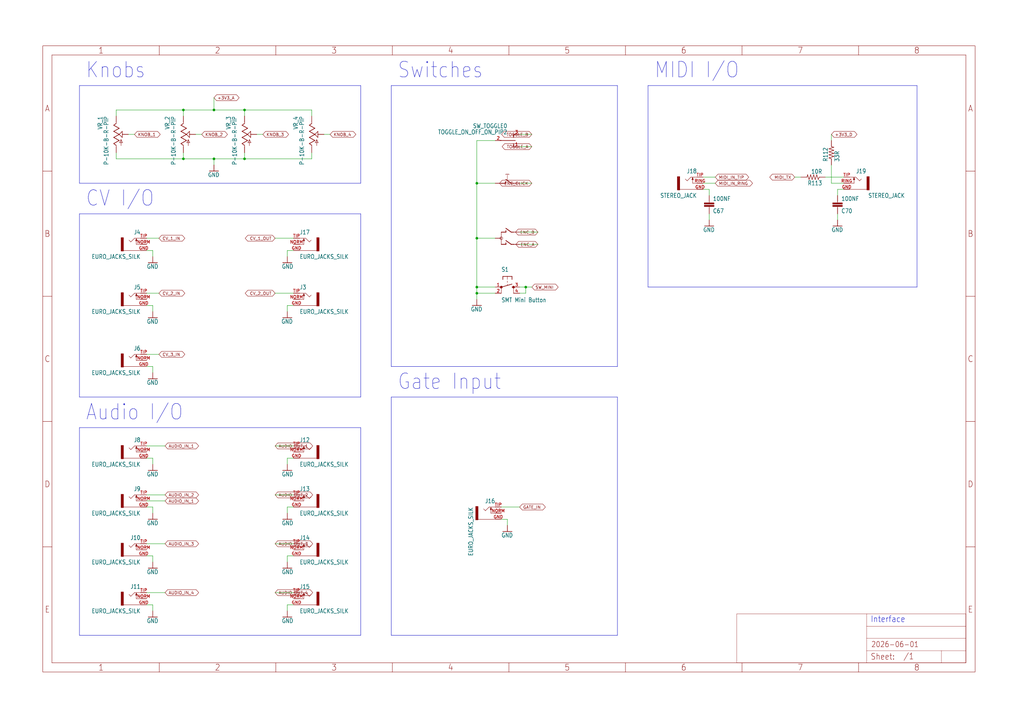
<source format=kicad_sch>
(kicad_sch (version 20230121) (generator eeschema)
  (paper "User" 425.45 298.602)
  (lib_symbols
    (symbol "ES_Daisy_Seed2_DFM_EVAL_EURO_Rev2-eagle-import:A3L-LOC"
      (symbol "A3L-LOC_1_0"
        (polyline (pts (xy 0 52.07) (xy 3.81 52.07)))
        (polyline (pts (xy 0 104.14) (xy 3.81 104.14)))
        (polyline (pts (xy 0 156.21) (xy 3.81 156.21)))
        (polyline (pts (xy 0 208.28) (xy 3.81 208.28)))
        (polyline (pts (xy 3.81 3.81) (xy 3.81 256.54)))
        (polyline (pts (xy 48.4188 0) (xy 48.4188 3.81)))
        (polyline (pts (xy 48.4188 256.54) (xy 48.4188 260.35)))
        (polyline (pts (xy 96.8375 0) (xy 96.8375 3.81)))
        (polyline (pts (xy 96.8375 256.54) (xy 96.8375 260.35)))
        (polyline (pts (xy 145.2563 0) (xy 145.2563 3.81)))
        (polyline (pts (xy 145.2563 256.54) (xy 145.2563 260.35)))
        (polyline (pts (xy 193.675 0) (xy 193.675 3.81)))
        (polyline (pts (xy 193.675 256.54) (xy 193.675 260.35)))
        (polyline (pts (xy 242.0938 0) (xy 242.0938 3.81)))
        (polyline (pts (xy 242.0938 256.54) (xy 242.0938 260.35)))
        (polyline (pts (xy 288.29 3.81) (xy 288.29 24.13)) (stroke (width 0.1016)))
        (polyline (pts (xy 288.29 3.81) (xy 342.265 3.81)) (stroke (width 0.1016)))
        (polyline (pts (xy 288.29 24.13) (xy 342.265 24.13)) (stroke (width 0.1016)))
        (polyline (pts (xy 290.5125 0) (xy 290.5125 3.81)))
        (polyline (pts (xy 290.5125 256.54) (xy 290.5125 260.35)))
        (polyline (pts (xy 338.9313 0) (xy 338.9313 3.81)))
        (polyline (pts (xy 338.9313 256.54) (xy 338.9313 260.35)))
        (polyline (pts (xy 342.265 3.81) (xy 373.38 3.81)) (stroke (width 0.1016)))
        (polyline (pts (xy 342.265 8.89) (xy 342.265 3.81)) (stroke (width 0.1016)))
        (polyline (pts (xy 342.265 8.89) (xy 342.265 13.97)) (stroke (width 0.1016)))
        (polyline (pts (xy 342.265 13.97) (xy 342.265 19.05)) (stroke (width 0.1016)))
        (polyline (pts (xy 342.265 13.97) (xy 383.54 13.97)) (stroke (width 0.1016)))
        (polyline (pts (xy 342.265 19.05) (xy 342.265 24.13)) (stroke (width 0.1016)))
        (polyline (pts (xy 342.265 19.05) (xy 383.54 19.05)) (stroke (width 0.1016)))
        (polyline (pts (xy 342.265 24.13) (xy 383.54 24.13)) (stroke (width 0.1016)))
        (polyline (pts (xy 373.38 3.81) (xy 373.38 8.89)) (stroke (width 0.1016)))
        (polyline (pts (xy 373.38 3.81) (xy 383.54 3.81)) (stroke (width 0.1016)))
        (polyline (pts (xy 373.38 8.89) (xy 342.265 8.89)) (stroke (width 0.1016)))
        (polyline (pts (xy 373.38 8.89) (xy 383.54 8.89)) (stroke (width 0.1016)))
        (polyline (pts (xy 383.54 3.81) (xy 3.81 3.81)))
        (polyline (pts (xy 383.54 3.81) (xy 383.54 8.89)) (stroke (width 0.1016)))
        (polyline (pts (xy 383.54 3.81) (xy 383.54 256.54)))
        (polyline (pts (xy 383.54 8.89) (xy 383.54 13.97)) (stroke (width 0.1016)))
        (polyline (pts (xy 383.54 13.97) (xy 383.54 19.05)) (stroke (width 0.1016)))
        (polyline (pts (xy 383.54 19.05) (xy 383.54 24.13)) (stroke (width 0.1016)))
        (polyline (pts (xy 383.54 52.07) (xy 387.35 52.07)))
        (polyline (pts (xy 383.54 104.14) (xy 387.35 104.14)))
        (polyline (pts (xy 383.54 156.21) (xy 387.35 156.21)))
        (polyline (pts (xy 383.54 208.28) (xy 387.35 208.28)))
        (polyline (pts (xy 383.54 256.54) (xy 3.81 256.54)))
        (polyline (pts (xy 0 0) (xy 387.35 0) (xy 387.35 260.35) (xy 0 260.35) (xy 0 0)))
        (text "${#}/${##}" (at 357.505 5.08 0) (effects (font (size 2.54 2.159)) (justify left bottom)))
        (text "${CURRENT_DATE}" (at 344.17 10.16 0) (effects (font (size 2.286 1.9431)) (justify left bottom)))
        (text "${PROJECTNAME}" (at 344.17 15.24 0) (effects (font (size 2.54 2.159)) (justify left bottom)))
        (text "1" (at 24.2094 1.905 0) (effects (font (size 2.54 2.286))))
        (text "1" (at 24.2094 258.445 0) (effects (font (size 2.54 2.286))))
        (text "2" (at 72.6281 1.905 0) (effects (font (size 2.54 2.286))))
        (text "2" (at 72.6281 258.445 0) (effects (font (size 2.54 2.286))))
        (text "3" (at 121.0469 1.905 0) (effects (font (size 2.54 2.286))))
        (text "3" (at 121.0469 258.445 0) (effects (font (size 2.54 2.286))))
        (text "4" (at 169.4656 1.905 0) (effects (font (size 2.54 2.286))))
        (text "4" (at 169.4656 258.445 0) (effects (font (size 2.54 2.286))))
        (text "5" (at 217.8844 1.905 0) (effects (font (size 2.54 2.286))))
        (text "5" (at 217.8844 258.445 0) (effects (font (size 2.54 2.286))))
        (text "6" (at 266.3031 1.905 0) (effects (font (size 2.54 2.286))))
        (text "6" (at 266.3031 258.445 0) (effects (font (size 2.54 2.286))))
        (text "7" (at 314.7219 1.905 0) (effects (font (size 2.54 2.286))))
        (text "7" (at 314.7219 258.445 0) (effects (font (size 2.54 2.286))))
        (text "8" (at 363.1406 1.905 0) (effects (font (size 2.54 2.286))))
        (text "8" (at 363.1406 258.445 0) (effects (font (size 2.54 2.286))))
        (text "A" (at 1.905 234.315 0) (effects (font (size 2.54 2.286))))
        (text "A" (at 385.445 234.315 0) (effects (font (size 2.54 2.286))))
        (text "B" (at 1.905 182.245 0) (effects (font (size 2.54 2.286))))
        (text "B" (at 385.445 182.245 0) (effects (font (size 2.54 2.286))))
        (text "C" (at 1.905 130.175 0) (effects (font (size 2.54 2.286))))
        (text "C" (at 385.445 130.175 0) (effects (font (size 2.54 2.286))))
        (text "D" (at 1.905 78.105 0) (effects (font (size 2.54 2.286))))
        (text "D" (at 385.445 78.105 0) (effects (font (size 2.54 2.286))))
        (text "E" (at 1.905 26.035 0) (effects (font (size 2.54 2.286))))
        (text "E" (at 385.445 26.035 0) (effects (font (size 2.54 2.286))))
        (text "Sheet:" (at 343.916 4.953 0) (effects (font (size 2.54 2.159)) (justify left bottom)))
      )
    )
    (symbol "ES_Daisy_Seed2_DFM_EVAL_EURO_Rev2-eagle-import:ENCODERSILK"
      (symbol "ENCODERSILK_1_0"
        (polyline (pts (xy -2.54 0) (xy 2.54 0)) (stroke (width 0.1524)))
        (polyline (pts (xy -2.54 1.905) (xy -2.54 0)) (stroke (width 0.3048)))
        (polyline (pts (xy -2.54 4.1275) (xy -0.9525 1.905)) (stroke (width 0.3048)))
        (polyline (pts (xy -2.54 5.08) (xy -2.54 4.1275)) (stroke (width 0.3048)))
        (polyline (pts (xy -1.905 1.905) (xy -2.54 1.905)) (stroke (width 0.3048)))
        (polyline (pts (xy 2.54 1.905) (xy 2.54 0)) (stroke (width 0.3048)))
        (polyline (pts (xy 2.54 4.1275) (xy 4.1275 1.905)) (stroke (width 0.3048)))
        (polyline (pts (xy 2.54 5.08) (xy 2.54 4.1275)) (stroke (width 0.3048)))
        (polyline (pts (xy 3.175 1.905) (xy 2.54 1.905)) (stroke (width 0.3048)))
        (circle (center 0 0) (radius 0.5679))
        (pin passive line (at -2.54 7.62 270) (length 2.54) (name "A") (number "A"))
        (pin passive line (at 2.54 7.62 270) (length 2.54) (name "B") (number "B"))
        (pin passive line (at 0 -2.54 90) (length 2.54) (name "C") (number "C"))
      )
      (symbol "ENCODERSILK_2_0"
        (polyline (pts (xy -2.54 0) (xy -1.5875 0)) (stroke (width 0.3048)))
        (polyline (pts (xy -1.5875 0) (xy 0.635 1.5875)) (stroke (width 0.3048)))
        (polyline (pts (xy -0.635 3.81) (xy -0.635 3.4925)) (stroke (width 0.127)))
        (polyline (pts (xy -0.635 3.81) (xy 0.635 3.81)) (stroke (width 0.127)))
        (polyline (pts (xy 0 1.27) (xy 0 3.81)) (stroke (width 0.127)))
        (polyline (pts (xy 0.635 0) (xy 2.54 0)) (stroke (width 0.3048)))
        (polyline (pts (xy 0.635 0.635) (xy 0.635 0)) (stroke (width 0.3048)))
        (polyline (pts (xy 0.635 3.81) (xy 0.635 3.4925)) (stroke (width 0.127)))
        (pin passive line (at 5.08 0 180) (length 2.54) (name "1") (number "D"))
        (pin passive line (at -5.08 0 0) (length 2.54) (name "2") (number "E"))
      )
      (symbol "ENCODERSILK_3_0"
        (polyline (pts (xy 0 0) (xy 0.9525 0)) (stroke (width 0.254)))
        (polyline (pts (xy 1.5875 0) (xy 2.2225 0)) (stroke (width 0.254)))
        (polyline (pts (xy 2.8575 0) (xy 3.4925 0)) (stroke (width 0.254)))
        (polyline (pts (xy 4.1275 0) (xy 5.08 0)) (stroke (width 0.254)))
        (pin passive line (at 0 0 0) (length 0) (name "G") (number "GND1"))
      )
      (symbol "ENCODERSILK_4_0"
        (polyline (pts (xy 0 0) (xy 0.9525 0)) (stroke (width 0.254)))
        (polyline (pts (xy 1.5875 0) (xy 2.2225 0)) (stroke (width 0.254)))
        (polyline (pts (xy 2.8575 0) (xy 3.4925 0)) (stroke (width 0.254)))
        (polyline (pts (xy 4.1275 0) (xy 5.08 0)) (stroke (width 0.254)))
        (pin passive line (at 0 0 0) (length 0) (name "G") (number "GND2"))
      )
    )
    (symbol "ES_Daisy_Seed2_DFM_EVAL_EURO_Rev2-eagle-import:EURO_JACKS_SILK"
      (property "Reference" "J" (at -2.54 4.064 0))
      (symbol "EURO_JACKS_SILK_1_0"
        (polyline (pts (xy -2.54 -2.54) (xy 4.572 -2.54)) (stroke (width 0.1524)))
        (polyline (pts (xy -2.54 0) (xy -0.762 0)) (stroke (width 0.1524)))
        (polyline (pts (xy -2.54 2.54) (xy 0 2.54)) (stroke (width 0.1524)))
        (polyline (pts (xy -1.016 1.524) (xy -0.508 1.524)) (stroke (width 0.254)))
        (polyline (pts (xy -0.762 0) (xy -0.762 2.286)) (stroke (width 0.1524)))
        (polyline (pts (xy -0.762 2.286) (xy -1.016 1.524)) (stroke (width 0.254)))
        (polyline (pts (xy -0.508 1.524) (xy -0.762 2.286)) (stroke (width 0.254)))
        (polyline (pts (xy 0 2.54) (xy 1.524 1.016)) (stroke (width 0.1524)))
        (polyline (pts (xy 1.524 1.016) (xy 2.286 1.778)) (stroke (width 0.1524)))
        (rectangle (start 4.572 2.794) (end 5.588 -2.794) (fill (type outline)))
        (pin passive line (at -5.08 -2.54 0) (length 2.54) (name "GND") (number "GND"))
        (pin passive line (at -5.08 0 0) (length 2.54) (name "NORM") (number "NORM"))
        (pin passive line (at -5.08 2.54 0) (length 2.54) (name "TIP") (number "TIP"))
      )
    )
    (symbol "ES_Daisy_Seed2_DFM_EVAL_EURO_Rev2-eagle-import:Electrosmith-Passives_C-EUC0402"
      (property "Reference" "C" (at 1.524 0.381 0))
      (symbol "Electrosmith-Passives_C-EUC0402_1_0"
        (rectangle (start -2.032 -2.032) (end 2.032 -1.524) (fill (type outline)))
        (rectangle (start -2.032 -1.016) (end 2.032 -0.508) (fill (type outline)))
        (polyline (pts (xy 0 -2.54) (xy 0 -2.032)) (stroke (width 0.1524)))
        (polyline (pts (xy 0 0) (xy 0 -0.508)) (stroke (width 0.1524)))
        (pin passive line (at 0 2.54 270) (length 2.54) (name "1") (number "1"))
        (pin passive line (at 0 -5.08 90) (length 2.54) (name "2") (number "2"))
      )
    )
    (symbol "ES_Daisy_Seed2_DFM_EVAL_EURO_Rev2-eagle-import:GND" (power)
      (property "Value" "GND" (at -2.54 -2.54 0))
      (symbol "GND_1_0"
        (polyline (pts (xy -1.905 0) (xy 1.905 0)) (stroke (width 0.254)))
        (pin power_in line (at 0 2.54 270) (length 2.54) (name "GND") (number "1"))
      )
    )
    (symbol "ES_Daisy_Seed2_DFM_EVAL_EURO_Rev2-eagle-import:POT_9MM_SNAP-IN__SILK_PIP"
      (property "Reference" "VR" (at -5.08 -2.54 90))
      (symbol "POT_9MM_SNAP-IN__SILK_PIP_1_0"
        (polyline (pts (xy -1.016 -3.81) (xy 1.27 -2.54)) (stroke (width 0.254)))
        (polyline (pts (xy -1.016 -1.27) (xy 1.27 0)) (stroke (width 0.254)))
        (polyline (pts (xy -1.016 1.27) (xy 1.27 2.54)) (stroke (width 0.254)))
        (polyline (pts (xy -1.016 3.81) (xy 0 4.572)) (stroke (width 0.254)))
        (polyline (pts (xy 0 -5.08) (xy 0 -4.572)) (stroke (width 0.1524)))
        (polyline (pts (xy 0 -4.572) (xy -1.016 -3.81)) (stroke (width 0.254)))
        (polyline (pts (xy 0 4.572) (xy 0 5.08)) (stroke (width 0.1524)))
        (polyline (pts (xy 1.27 -2.54) (xy -1.016 -1.27)) (stroke (width 0.254)))
        (polyline (pts (xy 1.27 0) (xy -1.016 1.27)) (stroke (width 0.254)))
        (polyline (pts (xy 1.27 0) (xy 2.54 1.27)) (stroke (width 0.2032)))
        (polyline (pts (xy 1.27 2.54) (xy -1.016 3.81)) (stroke (width 0.254)))
        (polyline (pts (xy 1.397 -3.429) (xy 2.032 -2.159)) (stroke (width 0.1524)))
        (polyline (pts (xy 2.032 -4.699) (xy 2.032 -2.159)) (stroke (width 0.1524)))
        (polyline (pts (xy 2.032 -2.159) (xy 2.667 -3.429)) (stroke (width 0.1524)))
        (polyline (pts (xy 2.54 -1.27) (xy 1.27 0)) (stroke (width 0.2032)))
        (polyline (pts (xy 2.54 1.27) (xy 2.54 -1.27)) (stroke (width 0.2032)))
        (polyline (pts (xy 2.667 -3.429) (xy 1.397 -3.429)) (stroke (width 0.1524)))
        (pin passive line (at 0 -7.62 90) (length 2.54) (name "1") (number "1"))
        (pin passive line (at 5.08 0 180) (length 2.54) (name "2") (number "2"))
        (pin passive line (at 0 7.62 270) (length 2.54) (name "3") (number "3"))
      )
    )
    (symbol "ES_Daisy_Seed2_DFM_EVAL_EURO_Rev2-eagle-import:R-US_R0603"
      (property "Reference" "R" (at -3.81 1.4986 0))
      (symbol "R-US_R0603_1_0"
        (polyline (pts (xy -2.54 0) (xy -2.159 1.016)) (stroke (width 0.2032)))
        (polyline (pts (xy -2.159 1.016) (xy -1.524 -1.016)) (stroke (width 0.2032)))
        (polyline (pts (xy -1.524 -1.016) (xy -0.889 1.016)) (stroke (width 0.2032)))
        (polyline (pts (xy -0.889 1.016) (xy -0.254 -1.016)) (stroke (width 0.2032)))
        (polyline (pts (xy -0.254 -1.016) (xy 0.381 1.016)) (stroke (width 0.2032)))
        (polyline (pts (xy 0.381 1.016) (xy 1.016 -1.016)) (stroke (width 0.2032)))
        (polyline (pts (xy 1.016 -1.016) (xy 1.651 1.016)) (stroke (width 0.2032)))
        (polyline (pts (xy 1.651 1.016) (xy 2.286 -1.016)) (stroke (width 0.2032)))
        (polyline (pts (xy 2.286 -1.016) (xy 2.54 0)) (stroke (width 0.2032)))
        (pin passive line (at -5.08 0 0) (length 2.54) (name "1") (number "1"))
        (pin passive line (at 5.08 0 180) (length 2.54) (name "2") (number "2"))
      )
    )
    (symbol "ES_Daisy_Seed2_DFM_EVAL_EURO_Rev2-eagle-import:STEREO_JACK"
      (property "Reference" "J" (at -2.54 4.064 0))
      (symbol "STEREO_JACK_1_0"
        (polyline (pts (xy -2.54 -2.54) (xy 4.572 -2.54)) (stroke (width 0.1524)))
        (polyline (pts (xy -2.54 0) (xy -0.762 0)) (stroke (width 0.1524)))
        (polyline (pts (xy -2.54 2.54) (xy 0 2.54)) (stroke (width 0.1524)))
        (polyline (pts (xy -1.016 1.524) (xy -0.508 1.524)) (stroke (width 0.254)))
        (polyline (pts (xy -0.762 0) (xy -0.762 2.286)) (stroke (width 0.1524)))
        (polyline (pts (xy -0.762 2.286) (xy -1.016 1.524)) (stroke (width 0.254)))
        (polyline (pts (xy -0.508 1.524) (xy -0.762 2.286)) (stroke (width 0.254)))
        (polyline (pts (xy 0 2.54) (xy 1.524 1.016)) (stroke (width 0.1524)))
        (polyline (pts (xy 1.524 1.016) (xy 2.286 1.778)) (stroke (width 0.1524)))
        (rectangle (start 4.572 2.794) (end 5.588 -2.794) (fill (type outline)))
        (pin passive line (at -5.08 -2.54 0) (length 2.54) (name "GND") (number "GND"))
        (pin passive line (at -5.08 0 0) (length 2.54) (name "NORM") (number "RING"))
        (pin passive line (at -5.08 2.54 0) (length 2.54) (name "TIP") (number "TIP"))
      )
    )
    (symbol "ES_Daisy_Seed2_DFM_EVAL_EURO_Rev2-eagle-import:TAC_SWITCH_SMT"
      (property "Reference" "S" (at -2.54 6.35 0))
      (symbol "TAC_SWITCH_SMT_1_0"
        (circle (center -2.54 0) (radius 0.127) (stroke (width 0.4064)))
        (polyline (pts (xy -2.54 -2.54) (xy -2.54 0)) (stroke (width 0.1524)))
        (polyline (pts (xy -2.54 0) (xy 1.905 1.27)) (stroke (width 0.254)))
        (polyline (pts (xy -1.905 4.445) (xy -1.905 3.175)) (stroke (width 0.254)))
        (polyline (pts (xy 0 1.27) (xy 0 0.635)) (stroke (width 0.1524)))
        (polyline (pts (xy 0 2.54) (xy 0 1.905)) (stroke (width 0.1524)))
        (polyline (pts (xy 0 4.445) (xy -1.905 4.445)) (stroke (width 0.254)))
        (polyline (pts (xy 0 4.445) (xy 0 3.175)) (stroke (width 0.1524)))
        (polyline (pts (xy 1.905 0) (xy 2.54 0)) (stroke (width 0.254)))
        (polyline (pts (xy 1.905 4.445) (xy 0 4.445)) (stroke (width 0.254)))
        (polyline (pts (xy 1.905 4.445) (xy 1.905 3.175)) (stroke (width 0.254)))
        (polyline (pts (xy 2.54 -2.54) (xy 2.54 0)) (stroke (width 0.1524)))
        (circle (center 2.54 0) (radius 0.127) (stroke (width 0.4064)))
        (pin passive line (at -5.08 0 0) (length 2.54) (name "1") (number "1"))
        (pin passive line (at -5.08 -2.54 0) (length 2.54) (name "2") (number "2"))
        (pin passive line (at 5.08 0 180) (length 2.54) (name "3") (number "3"))
        (pin passive line (at 5.08 -2.54 180) (length 2.54) (name "4") (number "4"))
      )
    )
    (symbol "ES_Daisy_Seed2_DFM_EVAL_EURO_Rev2-eagle-import:TOGGLE_ON_OFF_ON_PIP2"
      (property "Reference" "SW" (at 5.08 -2.54 90))
      (symbol "TOGGLE_ON_OFF_ON_PIP2_1_0"
        (polyline (pts (xy -2.54 2.54) (xy -2.54 3.175)) (stroke (width 0.254)))
        (polyline (pts (xy -2.54 2.54) (xy -1.27 2.54)) (stroke (width 0.254)))
        (polyline (pts (xy 0 -3.175) (xy 0 3.302)) (stroke (width 0.254)))
        (polyline (pts (xy 1.27 2.54) (xy 2.54 2.54)) (stroke (width 0.254)))
        (polyline (pts (xy 2.54 2.54) (xy 2.54 3.175)) (stroke (width 0.254)))
        (pin passive line (at -2.54 5.08 270) (length 2.54) (name "O") (number "1"))
        (pin passive line (at 0 -5.08 90) (length 2.54) (name "P") (number "2"))
        (pin passive line (at 2.54 5.08 270) (length 2.54) (name "S") (number "3"))
      )
    )
  )
  (junction (at 218.44 119.38))
  (junction (at 101.6 45.72))
  (junction (at 198.12 76.2))
  (junction (at 76.2 45.72))
  (junction (at 198.12 99.06))
  (junction (at 88.9 66.04))
  (junction (at 198.12 121.92))
  (junction (at 88.9 45.72))
  (junction (at 101.6 66.04))
  (junction (at 76.2 66.04))
  (junction (at 198.12 119.38))
  (wire (pts (xy 215.9 55.88) (xy 220.98 55.88)) (stroke (width 0.1524)))
  (wire (pts (xy 205.74 119.38) (xy 198.12 119.38)) (stroke (width 0.1524)))
  (wire (pts (xy 350.52 78.74) (xy 347.98 78.74)) (stroke (width 0.1524)))
  (wire (pts (xy 205.74 99.06) (xy 198.12 99.06)) (stroke (width 0.1524)))
  (wire (pts (xy 215.9 76.2) (xy 220.98 76.2)) (stroke (width 0.1524)))
  (wire (pts (xy 63.5 104.14) (xy 63.5 106.68)) (stroke (width 0.1524)))
  (wire (pts (xy 60.96 147.32) (xy 66.04 147.32)) (stroke (width 0.1524)))
  (wire (pts (xy 63.5 231.14) (xy 60.96 231.14)) (stroke (width 0.1524)))
  (wire (pts (xy 198.12 121.92) (xy 198.12 124.46)) (stroke (width 0.1524)))
  (polyline (pts (xy 33.02 264.16) (xy 33.02 177.8)) (stroke (width 0.1524) (type solid)))
  (wire (pts (xy 63.5 254) (xy 63.5 251.46)) (stroke (width 0.1524)))
  (wire (pts (xy 215.9 60.96) (xy 220.98 60.96)) (stroke (width 0.1524)))
  (polyline (pts (xy 162.56 35.56) (xy 162.56 152.4)) (stroke (width 0.1524) (type solid)))
  (wire (pts (xy 119.38 213.36) (xy 119.38 210.82)) (stroke (width 0.1524)))
  (polyline (pts (xy 33.02 165.1) (xy 149.86 165.1)) (stroke (width 0.1524) (type solid)))
  (wire (pts (xy 119.38 251.46) (xy 121.92 251.46)) (stroke (width 0.1524)))
  (wire (pts (xy 76.2 45.72) (xy 88.9 45.72)) (stroke (width 0.1524)))
  (wire (pts (xy 53.34 55.88) (xy 55.88 55.88)) (stroke (width 0.1524)))
  (wire (pts (xy 76.2 63.5) (xy 76.2 66.04)) (stroke (width 0.1524)))
  (polyline (pts (xy 381 35.56) (xy 269.24 35.56)) (stroke (width 0.1524) (type solid)))
  (wire (pts (xy 88.9 68.58) (xy 88.9 66.04)) (stroke (width 0.1524)))
  (polyline (pts (xy 162.56 264.16) (xy 256.54 264.16)) (stroke (width 0.1524) (type solid)))
  (wire (pts (xy 208.28 210.82) (xy 215.9 210.82)) (stroke (width 0.1524)))
  (polyline (pts (xy 33.02 35.56) (xy 149.86 35.56)) (stroke (width 0.1524) (type solid)))
  (wire (pts (xy 106.68 55.88) (xy 109.22 55.88)) (stroke (width 0.1524)))
  (wire (pts (xy 119.38 104.14) (xy 121.92 104.14)) (stroke (width 0.1524)))
  (wire (pts (xy 60.96 208.28) (xy 68.58 208.28)) (stroke (width 0.1524)))
  (wire (pts (xy 198.12 76.2) (xy 198.12 99.06)) (stroke (width 0.1524)))
  (polyline (pts (xy 149.86 88.9) (xy 33.02 88.9)) (stroke (width 0.1524) (type solid)))
  (polyline (pts (xy 149.86 35.56) (xy 149.86 76.2)) (stroke (width 0.1524) (type solid)))
  (wire (pts (xy 198.12 121.92) (xy 205.74 121.92)) (stroke (width 0.1524)))
  (wire (pts (xy 60.96 152.4) (xy 63.5 152.4)) (stroke (width 0.1524)))
  (polyline (pts (xy 33.02 76.2) (xy 33.02 35.56)) (stroke (width 0.1524) (type solid)))
  (wire (pts (xy 119.38 231.14) (xy 121.92 231.14)) (stroke (width 0.1524)))
  (wire (pts (xy 119.38 190.5) (xy 121.92 190.5)) (stroke (width 0.1524)))
  (polyline (pts (xy 33.02 177.8) (xy 149.86 177.8)) (stroke (width 0.1524) (type solid)))
  (wire (pts (xy 81.28 55.88) (xy 83.82 55.88)) (stroke (width 0.1524)))
  (wire (pts (xy 60.96 205.74) (xy 68.58 205.74)) (stroke (width 0.1524)))
  (wire (pts (xy 215.9 119.38) (xy 218.44 119.38)) (stroke (width 0.1524)))
  (wire (pts (xy 134.62 55.88) (xy 137.16 55.88)) (stroke (width 0.1524)))
  (wire (pts (xy 294.64 88.9) (xy 294.64 91.44)) (stroke (width 0.1524)))
  (wire (pts (xy 121.92 205.74) (xy 114.3 205.74)) (stroke (width 0.1524)))
  (wire (pts (xy 101.6 48.26) (xy 101.6 45.72)) (stroke (width 0.1524)))
  (polyline (pts (xy 256.54 165.1) (xy 162.56 165.1)) (stroke (width 0.1524) (type solid)))
  (polyline (pts (xy 269.24 119.38) (xy 381 119.38)) (stroke (width 0.1524) (type solid)))
  (polyline (pts (xy 256.54 35.56) (xy 162.56 35.56)) (stroke (width 0.1524) (type solid)))
  (wire (pts (xy 63.5 251.46) (xy 60.96 251.46)) (stroke (width 0.1524)))
  (wire (pts (xy 101.6 45.72) (xy 129.54 45.72)) (stroke (width 0.1524)))
  (wire (pts (xy 121.92 226.06) (xy 114.3 226.06)) (stroke (width 0.1524)))
  (wire (pts (xy 215.9 101.6) (xy 223.52 101.6)) (stroke (width 0.1524)))
  (wire (pts (xy 76.2 48.26) (xy 76.2 45.72)) (stroke (width 0.1524)))
  (wire (pts (xy 121.92 246.38) (xy 114.3 246.38)) (stroke (width 0.1524)))
  (polyline (pts (xy 149.86 264.16) (xy 33.02 264.16)) (stroke (width 0.1524) (type solid)))
  (wire (pts (xy 119.38 193.04) (xy 119.38 190.5)) (stroke (width 0.1524)))
  (wire (pts (xy 198.12 99.06) (xy 198.12 119.38)) (stroke (width 0.1524)))
  (wire (pts (xy 101.6 63.5) (xy 101.6 66.04)) (stroke (width 0.1524)))
  (wire (pts (xy 119.38 127) (xy 121.92 127)) (stroke (width 0.1524)))
  (wire (pts (xy 198.12 58.42) (xy 198.12 76.2)) (stroke (width 0.1524)))
  (wire (pts (xy 63.5 193.04) (xy 63.5 190.5)) (stroke (width 0.1524)))
  (wire (pts (xy 218.44 119.38) (xy 218.44 121.92)) (stroke (width 0.1524)))
  (wire (pts (xy 60.96 226.06) (xy 68.58 226.06)) (stroke (width 0.1524)))
  (wire (pts (xy 119.38 254) (xy 119.38 251.46)) (stroke (width 0.1524)))
  (wire (pts (xy 48.26 45.72) (xy 76.2 45.72)) (stroke (width 0.1524)))
  (wire (pts (xy 205.74 76.2) (xy 198.12 76.2)) (stroke (width 0.1524)))
  (wire (pts (xy 215.9 96.52) (xy 223.52 96.52)) (stroke (width 0.1524)))
  (polyline (pts (xy 33.02 88.9) (xy 33.02 165.1)) (stroke (width 0.1524) (type solid)))
  (wire (pts (xy 350.52 76.2) (xy 345.44 76.2)) (stroke (width 0.1524)))
  (wire (pts (xy 292.1 73.66) (xy 297.18 73.66)) (stroke (width 0.1524)))
  (polyline (pts (xy 256.54 152.4) (xy 256.54 35.56)) (stroke (width 0.1524) (type solid)))
  (wire (pts (xy 60.96 121.92) (xy 66.04 121.92)) (stroke (width 0.1524)))
  (wire (pts (xy 63.5 152.4) (xy 63.5 154.94)) (stroke (width 0.1524)))
  (polyline (pts (xy 149.86 177.8) (xy 149.86 264.16)) (stroke (width 0.1524) (type solid)))
  (wire (pts (xy 63.5 190.5) (xy 60.96 190.5)) (stroke (width 0.1524)))
  (wire (pts (xy 88.9 45.72) (xy 101.6 45.72)) (stroke (width 0.1524)))
  (wire (pts (xy 210.82 215.9) (xy 208.28 215.9)) (stroke (width 0.1524)))
  (wire (pts (xy 129.54 66.04) (xy 129.54 63.5)) (stroke (width 0.1524)))
  (polyline (pts (xy 256.54 264.16) (xy 256.54 165.1)) (stroke (width 0.1524) (type solid)))
  (wire (pts (xy 76.2 66.04) (xy 88.9 66.04)) (stroke (width 0.1524)))
  (wire (pts (xy 60.96 185.42) (xy 68.58 185.42)) (stroke (width 0.1524)))
  (wire (pts (xy 88.9 66.04) (xy 101.6 66.04)) (stroke (width 0.1524)))
  (wire (pts (xy 347.98 88.9) (xy 347.98 91.44)) (stroke (width 0.1524)))
  (wire (pts (xy 63.5 127) (xy 63.5 129.54)) (stroke (width 0.1524)))
  (wire (pts (xy 292.1 78.74) (xy 294.64 78.74)) (stroke (width 0.1524)))
  (wire (pts (xy 48.26 63.5) (xy 48.26 66.04)) (stroke (width 0.1524)))
  (wire (pts (xy 218.44 119.38) (xy 220.98 119.38)) (stroke (width 0.1524)))
  (wire (pts (xy 345.44 76.2) (xy 345.44 68.58)) (stroke (width 0.1524)))
  (wire (pts (xy 60.96 246.38) (xy 68.58 246.38)) (stroke (width 0.1524)))
  (wire (pts (xy 63.5 210.82) (xy 60.96 210.82)) (stroke (width 0.1524)))
  (wire (pts (xy 114.3 121.92) (xy 121.92 121.92)) (stroke (width 0.1524)))
  (wire (pts (xy 292.1 76.2) (xy 297.18 76.2)) (stroke (width 0.1524)))
  (wire (pts (xy 350.52 73.66) (xy 342.9 73.66)) (stroke (width 0.1524)))
  (wire (pts (xy 60.96 104.14) (xy 63.5 104.14)) (stroke (width 0.1524)))
  (wire (pts (xy 119.38 129.54) (xy 119.38 127)) (stroke (width 0.1524)))
  (wire (pts (xy 205.74 58.42) (xy 198.12 58.42)) (stroke (width 0.1524)))
  (polyline (pts (xy 162.56 165.1) (xy 162.56 264.16)) (stroke (width 0.1524) (type solid)))
  (wire (pts (xy 210.82 218.44) (xy 210.82 215.9)) (stroke (width 0.1524)))
  (wire (pts (xy 48.26 48.26) (xy 48.26 45.72)) (stroke (width 0.1524)))
  (wire (pts (xy 347.98 78.74) (xy 347.98 81.28)) (stroke (width 0.1524)))
  (wire (pts (xy 63.5 213.36) (xy 63.5 210.82)) (stroke (width 0.1524)))
  (wire (pts (xy 114.3 99.06) (xy 121.92 99.06)) (stroke (width 0.1524)))
  (wire (pts (xy 294.64 78.74) (xy 294.64 81.28)) (stroke (width 0.1524)))
  (wire (pts (xy 345.44 58.42) (xy 345.44 55.88)) (stroke (width 0.1524)))
  (wire (pts (xy 332.74 73.66) (xy 330.2 73.66)) (stroke (width 0.1524)))
  (wire (pts (xy 48.26 66.04) (xy 76.2 66.04)) (stroke (width 0.1524)))
  (wire (pts (xy 63.5 233.68) (xy 63.5 231.14)) (stroke (width 0.1524)))
  (wire (pts (xy 121.92 185.42) (xy 114.3 185.42)) (stroke (width 0.1524)))
  (polyline (pts (xy 149.86 76.2) (xy 33.02 76.2)) (stroke (width 0.1524) (type solid)))
  (wire (pts (xy 129.54 45.72) (xy 129.54 48.26)) (stroke (width 0.1524)))
  (wire (pts (xy 60.96 127) (xy 63.5 127)) (stroke (width 0.1524)))
  (wire (pts (xy 60.96 99.06) (xy 66.04 99.06)) (stroke (width 0.1524)))
  (wire (pts (xy 88.9 45.72) (xy 88.9 40.64)) (stroke (width 0.1524)))
  (polyline (pts (xy 269.24 35.56) (xy 269.24 119.38)) (stroke (width 0.1524) (type solid)))
  (wire (pts (xy 198.12 119.38) (xy 198.12 121.92)) (stroke (width 0.1524)))
  (wire (pts (xy 119.38 210.82) (xy 121.92 210.82)) (stroke (width 0.1524)))
  (wire (pts (xy 101.6 66.04) (xy 129.54 66.04)) (stroke (width 0.1524)))
  (polyline (pts (xy 149.86 165.1) (xy 149.86 88.9)) (stroke (width 0.1524) (type solid)))
  (wire (pts (xy 218.44 121.92) (xy 215.9 121.92)) (stroke (width 0.1524)))
  (polyline (pts (xy 381 119.38) (xy 381 35.56)) (stroke (width 0.1524) (type solid)))
  (wire (pts (xy 119.38 106.68) (xy 119.38 104.14)) (stroke (width 0.1524)))
  (polyline (pts (xy 162.56 152.4) (xy 256.54 152.4)) (stroke (width 0.1524) (type solid)))
  (wire (pts (xy 119.38 233.68) (xy 119.38 231.14)) (stroke (width 0.1524)))
  (text "Gate Input" (at 165.1 162.56 0) (effects (font (size 6.4516 5.4838)) (justify left bottom)))
  (text "MIDI I/O" (at 271.78 33.02 0) (effects (font (size 6.4516 5.4838)) (justify left bottom)))
  (text "Audio I/O" (at 35.56 175.26 0) (effects (font (size 6.4516 5.4838)) (justify left bottom)))
  (text "Knobs" (at 35.56 33.02 0) (effects (font (size 6.4516 5.4838)) (justify left bottom)))
  (text "CV I/O" (at 35.56 86.36 0) (effects (font (size 6.4516 5.4838)) (justify left bottom)))
  (text "Interface" (at 361.696 259.08 0) (effects (font (size 2.54 2.159)) (justify left bottom)))
  (text "Switches" (at 165.1 33.02 0) (effects (font (size 6.4516 5.4838)) (justify left bottom)))
  (global_label "TOGGLE_B" (shape bidirectional) (at 220.98 55.88 180) (effects (font (size 1.2446 1.2446))) (property "Intersheetrefs" "${INTERSHEET_REFS}" (effects hide)))
  (global_label "AUDIO_OUT_2" (shape bidirectional) (at 114.3 205.74 0) (effects (font (size 1.2446 1.2446))) (property "Intersheetrefs" "${INTERSHEET_REFS}" (effects hide)))
  (global_label "MIDI_IN_TIP" (shape bidirectional) (at 297.18 73.66 0) (effects (font (size 1.2446 1.2446))) (property "Intersheetrefs" "${INTERSHEET_REFS}" (effects hide)))
  (global_label "+3V3_D" (shape bidirectional) (at 345.44 55.88 0) (effects (font (size 1.2446 1.2446))) (property "Intersheetrefs" "${INTERSHEET_REFS}" (effects hide)))
  (global_label "AUDIO_IN_4" (shape bidirectional) (at 68.58 246.38 0) (effects (font (size 1.2446 1.2446))) (property "Intersheetrefs" "${INTERSHEET_REFS}" (effects hide)))
  (global_label "AUDIO_IN_1" (shape bidirectional) (at 68.58 208.28 0) (effects (font (size 1.2446 1.2446))) (property "Intersheetrefs" "${INTERSHEET_REFS}" (effects hide)))
  (global_label "KNOB_4" (shape bidirectional) (at 137.16 55.88 0) (effects (font (size 1.2446 1.2446))) (property "Intersheetrefs" "${INTERSHEET_REFS}" (effects hide)))
  (global_label "AUDIO_OUT_3" (shape bidirectional) (at 114.3 226.06 0) (effects (font (size 1.2446 1.2446))) (property "Intersheetrefs" "${INTERSHEET_REFS}" (effects hide)))
  (global_label "ENC_A" (shape bidirectional) (at 223.52 101.6 180) (effects (font (size 1.2446 1.2446))) (property "Intersheetrefs" "${INTERSHEET_REFS}" (effects hide)))
  (global_label "ENC_CLICK" (shape bidirectional) (at 220.98 76.2 180) (effects (font (size 1.2446 1.2446))) (property "Intersheetrefs" "${INTERSHEET_REFS}" (effects hide)))
  (global_label "CV_1_IN" (shape bidirectional) (at 66.04 99.06 0) (effects (font (size 1.2446 1.2446))) (property "Intersheetrefs" "${INTERSHEET_REFS}" (effects hide)))
  (global_label "CV_2_OUT" (shape bidirectional) (at 114.3 121.92 180) (effects (font (size 1.2446 1.2446))) (property "Intersheetrefs" "${INTERSHEET_REFS}" (effects hide)))
  (global_label "AUDIO_IN_2" (shape bidirectional) (at 68.58 205.74 0) (effects (font (size 1.2446 1.2446))) (property "Intersheetrefs" "${INTERSHEET_REFS}" (effects hide)))
  (global_label "TOGGLE_A" (shape bidirectional) (at 220.98 60.96 180) (effects (font (size 1.2446 1.2446))) (property "Intersheetrefs" "${INTERSHEET_REFS}" (effects hide)))
  (global_label "AUDIO_OUT_4" (shape bidirectional) (at 114.3 246.38 0) (effects (font (size 1.2446 1.2446))) (property "Intersheetrefs" "${INTERSHEET_REFS}" (effects hide)))
  (global_label "AUDIO_OUT_1" (shape bidirectional) (at 114.3 185.42 0) (effects (font (size 1.2446 1.2446))) (property "Intersheetrefs" "${INTERSHEET_REFS}" (effects hide)))
  (global_label "MIDI_TX" (shape bidirectional) (at 330.2 73.66 180) (effects (font (size 1.2446 1.2446))) (property "Intersheetrefs" "${INTERSHEET_REFS}" (effects hide)))
  (global_label "CV_3_IN" (shape bidirectional) (at 66.04 147.32 0) (effects (font (size 1.2446 1.2446))) (property "Intersheetrefs" "${INTERSHEET_REFS}" (effects hide)))
  (global_label "MIDI_IN_RING" (shape bidirectional) (at 297.18 76.2 0) (effects (font (size 1.2446 1.2446))) (property "Intersheetrefs" "${INTERSHEET_REFS}" (effects hide)))
  (global_label "AUDIO_IN_3" (shape bidirectional) (at 68.58 226.06 0) (effects (font (size 1.2446 1.2446))) (property "Intersheetrefs" "${INTERSHEET_REFS}" (effects hide)))
  (global_label "KNOB_1" (shape bidirectional) (at 55.88 55.88 0) (effects (font (size 1.2446 1.2446))) (property "Intersheetrefs" "${INTERSHEET_REFS}" (effects hide)))
  (global_label "CV_2_IN" (shape bidirectional) (at 66.04 121.92 0) (effects (font (size 1.2446 1.2446))) (property "Intersheetrefs" "${INTERSHEET_REFS}" (effects hide)))
  (global_label "GATE_IN" (shape bidirectional) (at 215.9 210.82 0) (effects (font (size 1.2446 1.2446))) (property "Intersheetrefs" "${INTERSHEET_REFS}" (effects hide)))
  (global_label "KNOB_3" (shape bidirectional) (at 109.22 55.88 0) (effects (font (size 1.2446 1.2446))) (property "Intersheetrefs" "${INTERSHEET_REFS}" (effects hide)))
  (global_label "KNOB_2" (shape bidirectional) (at 83.82 55.88 0) (effects (font (size 1.2446 1.2446))) (property "Intersheetrefs" "${INTERSHEET_REFS}" (effects hide)))
  (global_label "CV_1_OUT" (shape bidirectional) (at 114.3 99.06 180) (effects (font (size 1.2446 1.2446))) (property "Intersheetrefs" "${INTERSHEET_REFS}" (effects hide)))
  (global_label "ENC_B" (shape bidirectional) (at 223.52 96.52 180) (effects (font (size 1.2446 1.2446))) (property "Intersheetrefs" "${INTERSHEET_REFS}" (effects hide)))
  (global_label "AUDIO_IN_1" (shape bidirectional) (at 68.58 185.42 0) (effects (font (size 1.2446 1.2446))) (property "Intersheetrefs" "${INTERSHEET_REFS}" (effects hide)))
  (global_label "SW_MINI" (shape bidirectional) (at 220.98 119.38 0) (effects (font (size 1.2446 1.2446))) (property "Intersheetrefs" "${INTERSHEET_REFS}" (effects hide)))
  (global_label "+3V3_A" (shape bidirectional) (at 88.9 40.64 0) (effects (font (size 1.2446 1.2446))) (property "Intersheetrefs" "${INTERSHEET_REFS}" (effects hide)))
  (symbol (lib_id "ES_Daisy_Seed2_DFM_EVAL_EURO_Rev2-eagle-import:STEREO_JACK") (at 355.6 76.2 0) (unit 1)
    (property "Reference" "J19" (at 355.6 72.136 0) (effects (font (size 1.778 1.5113)) (justify left bottom)))
    (property "Value" "STEREO_JACK" (at 360.68 82.296 0) (effects (font (size 1.778 1.5113)) (justify left bottom)))
    (property "Footprint" "ES_Daisy_Seed2_DFM_EVAL_EURO_Rev2:STEREO_JACK_3.5MM" (effects hide))
  )
  (symbol (lib_id "ES_Daisy_Seed2_DFM_EVAL_EURO_Rev2-eagle-import:ENCODERSILK") (at 208.28 99.06 270) (mirror x) (unit 1)
    (property "Reference" "ENC_1" (effects hide))
    (property "Value" "ENCODERSILK" (effects hide))
    (property "Footprint" "ES_Daisy_Seed2_DFM_EVAL_EURO_Rev2:PEC11_SILK" (effects hide))
  )
  (symbol (lib_id "ES_Daisy_Seed2_DFM_EVAL_EURO_Rev2-eagle-import:GND") (at 119.38 236.22 0) (mirror y) (unit 1)
    (property "Reference" "#GND70" (effects hide))
    (property "Value" "GND" (at 121.92 238.76 0) (effects (font (size 1.778 1.5113)) (justify left bottom)))
  )
  (symbol (lib_id "ES_Daisy_Seed2_DFM_EVAL_EURO_Rev2-eagle-import:EURO_JACKS_SILK") (at 55.88 208.28 0) (mirror y) (unit 1)
    (property "Reference" "J9" (at 58.42 204.216 0) (effects (font (size 1.778 1.5113)) (justify left bottom)))
    (property "Value" "EURO_JACKS_SILK" (at 58.42 214.376 0) (effects (font (size 1.778 1.5113)) (justify left bottom)))
    (property "Footprint" "ES_Daisy_Seed2_DFM_EVAL_EURO_Rev2:S_JACK_SILK" (effects hide))
  )
  (symbol (lib_id "ES_Daisy_Seed2_DFM_EVAL_EURO_Rev2-eagle-import:GND") (at 347.98 93.98 0) (unit 1)
    (property "Reference" "#GND64" (effects hide))
    (property "Value" "GND" (at 345.44 96.52 0) (effects (font (size 1.778 1.5113)) (justify left bottom)))
  )
  (symbol (lib_id "ES_Daisy_Seed2_DFM_EVAL_EURO_Rev2-eagle-import:GND") (at 119.38 215.9 0) (mirror y) (unit 1)
    (property "Reference" "#GND69" (effects hide))
    (property "Value" "GND" (at 121.92 218.44 0) (effects (font (size 1.778 1.5113)) (justify left bottom)))
  )
  (symbol (lib_id "ES_Daisy_Seed2_DFM_EVAL_EURO_Rev2-eagle-import:GND") (at 63.5 109.22 0) (unit 1)
    (property "Reference" "#GND35" (effects hide))
    (property "Value" "GND" (at 60.96 111.76 0) (effects (font (size 1.778 1.5113)) (justify left bottom)))
  )
  (symbol (lib_id "ES_Daisy_Seed2_DFM_EVAL_EURO_Rev2-eagle-import:GND") (at 63.5 215.9 0) (unit 1)
    (property "Reference" "#GND65" (effects hide))
    (property "Value" "GND" (at 60.96 218.44 0) (effects (font (size 1.778 1.5113)) (justify left bottom)))
  )
  (symbol (lib_id "ES_Daisy_Seed2_DFM_EVAL_EURO_Rev2-eagle-import:EURO_JACKS_SILK") (at 203.2 213.36 0) (mirror y) (unit 1)
    (property "Reference" "J16" (at 205.74 209.296 0) (effects (font (size 1.778 1.5113)) (justify left bottom)))
    (property "Value" "EURO_JACKS_SILK" (at 196.596 210.82 90) (effects (font (size 1.778 1.5113)) (justify right top)))
    (property "Footprint" "ES_Daisy_Seed2_DFM_EVAL_EURO_Rev2:S_JACK_SILK" (effects hide))
  )
  (symbol (lib_id "ES_Daisy_Seed2_DFM_EVAL_EURO_Rev2-eagle-import:GND") (at 63.5 157.48 0) (unit 1)
    (property "Reference" "#GND48" (effects hide))
    (property "Value" "GND" (at 60.96 160.02 0) (effects (font (size 1.778 1.5113)) (justify left bottom)))
  )
  (symbol (lib_id "ES_Daisy_Seed2_DFM_EVAL_EURO_Rev2-eagle-import:POT_9MM_SNAP-IN__SILK_PIP") (at 76.2 55.88 0) (unit 1)
    (property "Reference" "VR_2" (at 68.58 48.26 90) (effects (font (size 1.778 1.5113)) (justify right top)))
    (property "Value" "P-10K-B-R-PIP" (at 71.12 48.26 90) (effects (font (size 1.778 1.5113)) (justify right top)))
    (property "Footprint" "ES_Daisy_Seed2_DFM_EVAL_EURO_Rev2:9MM_SNAP-IN_POT_SILK_PIP" (effects hide))
  )
  (symbol (lib_id "ES_Daisy_Seed2_DFM_EVAL_EURO_Rev2-eagle-import:GND") (at 198.12 127 0) (unit 1)
    (property "Reference" "#GND27" (effects hide))
    (property "Value" "GND" (at 195.58 129.54 0) (effects (font (size 1.778 1.5113)) (justify left bottom)))
  )
  (symbol (lib_id "ES_Daisy_Seed2_DFM_EVAL_EURO_Rev2-eagle-import:EURO_JACKS_SILK") (at 127 228.6 0) (unit 1)
    (property "Reference" "J14" (at 124.46 224.536 0) (effects (font (size 1.778 1.5113)) (justify left bottom)))
    (property "Value" "EURO_JACKS_SILK" (at 124.46 234.696 0) (effects (font (size 1.778 1.5113)) (justify left bottom)))
    (property "Footprint" "ES_Daisy_Seed2_DFM_EVAL_EURO_Rev2:S_JACK_SILK" (effects hide))
  )
  (symbol (lib_id "ES_Daisy_Seed2_DFM_EVAL_EURO_Rev2-eagle-import:GND") (at 119.38 109.22 0) (mirror y) (unit 1)
    (property "Reference" "#GND73" (effects hide))
    (property "Value" "GND" (at 121.92 111.76 0) (effects (font (size 1.778 1.5113)) (justify left bottom)))
  )
  (symbol (lib_id "ES_Daisy_Seed2_DFM_EVAL_EURO_Rev2-eagle-import:EURO_JACKS_SILK") (at 127 248.92 0) (unit 1)
    (property "Reference" "J15" (at 124.46 244.856 0) (effects (font (size 1.778 1.5113)) (justify left bottom)))
    (property "Value" "EURO_JACKS_SILK" (at 124.46 255.016 0) (effects (font (size 1.778 1.5113)) (justify left bottom)))
    (property "Footprint" "ES_Daisy_Seed2_DFM_EVAL_EURO_Rev2:S_JACK_SILK" (effects hide))
  )
  (symbol (lib_id "ES_Daisy_Seed2_DFM_EVAL_EURO_Rev2-eagle-import:EURO_JACKS_SILK") (at 127 101.6 0) (unit 1)
    (property "Reference" "J17" (at 124.46 97.536 0) (effects (font (size 1.778 1.5113)) (justify left bottom)))
    (property "Value" "EURO_JACKS_SILK" (at 124.46 107.696 0) (effects (font (size 1.778 1.5113)) (justify left bottom)))
    (property "Footprint" "ES_Daisy_Seed2_DFM_EVAL_EURO_Rev2:S_JACK_SILK" (effects hide))
  )
  (symbol (lib_id "ES_Daisy_Seed2_DFM_EVAL_EURO_Rev2-eagle-import:EURO_JACKS_SILK") (at 55.88 248.92 0) (mirror y) (unit 1)
    (property "Reference" "J11" (at 58.42 244.856 0) (effects (font (size 1.778 1.5113)) (justify left bottom)))
    (property "Value" "EURO_JACKS_SILK" (at 58.42 255.016 0) (effects (font (size 1.778 1.5113)) (justify left bottom)))
    (property "Footprint" "ES_Daisy_Seed2_DFM_EVAL_EURO_Rev2:S_JACK_SILK" (effects hide))
  )
  (symbol (lib_id "ES_Daisy_Seed2_DFM_EVAL_EURO_Rev2-eagle-import:GND") (at 119.38 132.08 0) (unit 1)
    (property "Reference" "#GND30" (effects hide))
    (property "Value" "GND" (at 116.84 134.62 0) (effects (font (size 1.778 1.5113)) (justify left bottom)))
  )
  (symbol (lib_id "ES_Daisy_Seed2_DFM_EVAL_EURO_Rev2-eagle-import:TOGGLE_ON_OFF_ON_PIP2") (at 210.82 58.42 270) (mirror x) (unit 1)
    (property "Reference" "SW_TOGGLE0" (at 210.82 53.34 90) (effects (font (size 1.778 1.5113)) (justify right top)))
    (property "Value" "TOGGLE_ON_OFF_ON_PIP2" (at 210.82 55.88 90) (effects (font (size 1.778 1.5113)) (justify right top)))
    (property "Footprint" "ES_Daisy_Seed2_DFM_EVAL_EURO_Rev2:TOGGLE_SILK_PIP3" (effects hide))
  )
  (symbol (lib_id "ES_Daisy_Seed2_DFM_EVAL_EURO_Rev2-eagle-import:EURO_JACKS_SILK") (at 127 187.96 0) (unit 1)
    (property "Reference" "J12" (at 124.46 183.896 0) (effects (font (size 1.778 1.5113)) (justify left bottom)))
    (property "Value" "EURO_JACKS_SILK" (at 124.46 194.056 0) (effects (font (size 1.778 1.5113)) (justify left bottom)))
    (property "Footprint" "ES_Daisy_Seed2_DFM_EVAL_EURO_Rev2:S_JACK_SILK" (effects hide))
  )
  (symbol (lib_id "ES_Daisy_Seed2_DFM_EVAL_EURO_Rev2-eagle-import:EURO_JACKS_SILK") (at 55.88 187.96 0) (mirror y) (unit 1)
    (property "Reference" "J8" (at 58.42 183.896 0) (effects (font (size 1.778 1.5113)) (justify left bottom)))
    (property "Value" "EURO_JACKS_SILK" (at 58.42 194.056 0) (effects (font (size 1.778 1.5113)) (justify left bottom)))
    (property "Footprint" "ES_Daisy_Seed2_DFM_EVAL_EURO_Rev2:S_JACK_SILK" (effects hide))
  )
  (symbol (lib_id "ES_Daisy_Seed2_DFM_EVAL_EURO_Rev2-eagle-import:R-US_R0603") (at 345.44 63.5 90) (unit 1)
    (property "Reference" "R112" (at 343.9414 67.31 0) (effects (font (size 1.778 1.5113)) (justify left bottom)))
    (property "Value" "33R" (at 348.742 67.31 0) (effects (font (size 1.778 1.5113)) (justify left bottom)))
    (property "Footprint" "ES_Daisy_Seed2_DFM_EVAL_EURO_Rev2:R0603" (effects hide))
  )
  (symbol (lib_id "ES_Daisy_Seed2_DFM_EVAL_EURO_Rev2-eagle-import:POT_9MM_SNAP-IN__SILK_PIP") (at 48.26 55.88 0) (unit 1)
    (property "Reference" "VR_1" (at 40.64 48.26 90) (effects (font (size 1.778 1.5113)) (justify right top)))
    (property "Value" "P-10K-B-R-PIP" (at 43.18 48.26 90) (effects (font (size 1.778 1.5113)) (justify right top)))
    (property "Footprint" "ES_Daisy_Seed2_DFM_EVAL_EURO_Rev2:9MM_SNAP-IN_POT_SILK_PIP" (effects hide))
  )
  (symbol (lib_id "ES_Daisy_Seed2_DFM_EVAL_EURO_Rev2-eagle-import:ENCODERSILK") (at 210.82 76.2 0) (mirror y) (unit 2)
    (property "Reference" "ENC_1" (effects hide))
    (property "Value" "ENCODERSILK" (effects hide))
    (property "Footprint" "ES_Daisy_Seed2_DFM_EVAL_EURO_Rev2:PEC11_SILK" (effects hide))
  )
  (symbol (lib_id "ES_Daisy_Seed2_DFM_EVAL_EURO_Rev2-eagle-import:GND") (at 294.64 93.98 0) (unit 1)
    (property "Reference" "#GND61" (effects hide))
    (property "Value" "GND" (at 292.1 96.52 0) (effects (font (size 1.778 1.5113)) (justify left bottom)))
  )
  (symbol (lib_id "ES_Daisy_Seed2_DFM_EVAL_EURO_Rev2-eagle-import:POT_9MM_SNAP-IN__SILK_PIP") (at 129.54 55.88 0) (unit 1)
    (property "Reference" "VR_4" (at 121.92 48.26 90) (effects (font (size 1.778 1.5113)) (justify right top)))
    (property "Value" "P-10K-B-R-PIP" (at 124.46 48.26 90) (effects (font (size 1.778 1.5113)) (justify right top)))
    (property "Footprint" "ES_Daisy_Seed2_DFM_EVAL_EURO_Rev2:9MM_SNAP-IN_POT_SILK_PIP" (effects hide))
  )
  (symbol (lib_id "ES_Daisy_Seed2_DFM_EVAL_EURO_Rev2-eagle-import:POT_9MM_SNAP-IN__SILK_PIP") (at 101.6 55.88 0) (unit 1)
    (property "Reference" "VR_3" (at 93.98 48.26 90) (effects (font (size 1.778 1.5113)) (justify right top)))
    (property "Value" "P-10K-B-R-PIP" (at 96.52 48.26 90) (effects (font (size 1.778 1.5113)) (justify right top)))
    (property "Footprint" "ES_Daisy_Seed2_DFM_EVAL_EURO_Rev2:9MM_SNAP-IN_POT_SILK_PIP" (effects hide))
  )
  (symbol (lib_id "ES_Daisy_Seed2_DFM_EVAL_EURO_Rev2-eagle-import:GND") (at 119.38 256.54 0) (mirror y) (unit 1)
    (property "Reference" "#GND71" (effects hide))
    (property "Value" "GND" (at 121.92 259.08 0) (effects (font (size 1.778 1.5113)) (justify left bottom)))
  )
  (symbol (lib_id "ES_Daisy_Seed2_DFM_EVAL_EURO_Rev2-eagle-import:STEREO_JACK") (at 287.02 76.2 0) (mirror y) (unit 1)
    (property "Reference" "J18" (at 289.56 72.136 0) (effects (font (size 1.778 1.5113)) (justify left bottom)))
    (property "Value" "STEREO_JACK" (at 289.56 82.296 0) (effects (font (size 1.778 1.5113)) (justify left bottom)))
    (property "Footprint" "ES_Daisy_Seed2_DFM_EVAL_EURO_Rev2:STEREO_JACK_3.5MM" (effects hide))
  )
  (symbol (lib_id "ES_Daisy_Seed2_DFM_EVAL_EURO_Rev2-eagle-import:EURO_JACKS_SILK") (at 55.88 228.6 0) (mirror y) (unit 1)
    (property "Reference" "J10" (at 58.42 224.536 0) (effects (font (size 1.778 1.5113)) (justify left bottom)))
    (property "Value" "EURO_JACKS_SILK" (at 58.42 234.696 0) (effects (font (size 1.778 1.5113)) (justify left bottom)))
    (property "Footprint" "ES_Daisy_Seed2_DFM_EVAL_EURO_Rev2:S_JACK_SILK" (effects hide))
  )
  (symbol (lib_id "ES_Daisy_Seed2_DFM_EVAL_EURO_Rev2-eagle-import:R-US_R0603") (at 337.82 73.66 180) (unit 1)
    (property "Reference" "R113" (at 341.63 75.1586 0) (effects (font (size 1.778 1.5113)) (justify left bottom)))
    (property "Value" "10R" (at 341.63 70.358 0) (effects (font (size 1.778 1.5113)) (justify left bottom)))
    (property "Footprint" "ES_Daisy_Seed2_DFM_EVAL_EURO_Rev2:R0603" (effects hide))
  )
  (symbol (lib_id "ES_Daisy_Seed2_DFM_EVAL_EURO_Rev2-eagle-import:EURO_JACKS_SILK") (at 127 208.28 0) (unit 1)
    (property "Reference" "J13" (at 124.46 204.216 0) (effects (font (size 1.778 1.5113)) (justify left bottom)))
    (property "Value" "EURO_JACKS_SILK" (at 124.46 214.376 0) (effects (font (size 1.778 1.5113)) (justify left bottom)))
    (property "Footprint" "ES_Daisy_Seed2_DFM_EVAL_EURO_Rev2:S_JACK_SILK" (effects hide))
  )
  (symbol (lib_id "ES_Daisy_Seed2_DFM_EVAL_EURO_Rev2-eagle-import:GND") (at 63.5 195.58 0) (unit 1)
    (property "Reference" "#GND54" (effects hide))
    (property "Value" "GND" (at 60.96 198.12 0) (effects (font (size 1.778 1.5113)) (justify left bottom)))
  )
  (symbol (lib_id "ES_Daisy_Seed2_DFM_EVAL_EURO_Rev2-eagle-import:EURO_JACKS_SILK") (at 127 124.46 0) (unit 1)
    (property "Reference" "J3" (at 124.46 120.396 0) (effects (font (size 1.778 1.5113)) (justify left bottom)))
    (property "Value" "EURO_JACKS_SILK" (at 124.46 130.556 0) (effects (font (size 1.778 1.5113)) (justify left bottom)))
    (property "Footprint" "ES_Daisy_Seed2_DFM_EVAL_EURO_Rev2:S_JACK_SILK" (effects hide))
  )
  (symbol (lib_id "ES_Daisy_Seed2_DFM_EVAL_EURO_Rev2-eagle-import:Electrosmith-Passives_C-EUC0402") (at 347.98 86.36 0) (mirror x) (unit 1)
    (property "Reference" "C70" (at 349.504 86.741 0) (effects (font (size 1.778 1.5113)) (justify left bottom)))
    (property "Value" "100NF" (at 349.504 81.661 0) (effects (font (size 1.778 1.5113)) (justify left bottom)))
    (property "Footprint" "ES_Daisy_Seed2_DFM_EVAL_EURO_Rev2:C0402" (effects hide))
  )
  (symbol (lib_id "ES_Daisy_Seed2_DFM_EVAL_EURO_Rev2-eagle-import:GND") (at 63.5 256.54 0) (unit 1)
    (property "Reference" "#GND67" (effects hide))
    (property "Value" "GND" (at 60.96 259.08 0) (effects (font (size 1.778 1.5113)) (justify left bottom)))
  )
  (symbol (lib_id "ES_Daisy_Seed2_DFM_EVAL_EURO_Rev2-eagle-import:GND") (at 210.82 220.98 0) (unit 1)
    (property "Reference" "#GND72" (effects hide))
    (property "Value" "GND" (at 208.28 223.52 0) (effects (font (size 1.778 1.5113)) (justify left bottom)))
  )
  (symbol (lib_id "ES_Daisy_Seed2_DFM_EVAL_EURO_Rev2-eagle-import:A3L-LOC") (at 17.78 279.4 0) (unit 1)
    (property "Reference" "#FRAME4" (effects hide))
    (property "Value" "A3L-LOC" (effects hide))
  )
  (symbol (lib_id "ES_Daisy_Seed2_DFM_EVAL_EURO_Rev2-eagle-import:GND") (at 88.9 71.12 0) (unit 1)
    (property "Reference" "#GND84" (effects hide))
    (property "Value" "GND" (at 86.36 73.66 0) (effects (font (size 1.778 1.5113)) (justify left bottom)))
  )
  (symbol (lib_id "ES_Daisy_Seed2_DFM_EVAL_EURO_Rev2-eagle-import:EURO_JACKS_SILK") (at 55.88 124.46 0) (mirror y) (unit 1)
    (property "Reference" "J5" (at 58.42 120.396 0) (effects (font (size 1.778 1.5113)) (justify left bottom)))
    (property "Value" "EURO_JACKS_SILK" (at 58.42 130.556 0) (effects (font (size 1.778 1.5113)) (justify left bottom)))
    (property "Footprint" "ES_Daisy_Seed2_DFM_EVAL_EURO_Rev2:S_JACK_SILK" (effects hide))
  )
  (symbol (lib_id "ES_Daisy_Seed2_DFM_EVAL_EURO_Rev2-eagle-import:GND") (at 119.38 195.58 0) (mirror y) (unit 1)
    (property "Reference" "#GND68" (effects hide))
    (property "Value" "GND" (at 121.92 198.12 0) (effects (font (size 1.778 1.5113)) (justify left bottom)))
  )
  (symbol (lib_id "ES_Daisy_Seed2_DFM_EVAL_EURO_Rev2-eagle-import:EURO_JACKS_SILK") (at 55.88 101.6 0) (mirror y) (unit 1)
    (property "Reference" "J4" (at 58.42 97.536 0) (effects (font (size 1.778 1.5113)) (justify left bottom)))
    (property "Value" "EURO_JACKS_SILK" (at 58.42 107.696 0) (effects (font (size 1.778 1.5113)) (justify left bottom)))
    (property "Footprint" "ES_Daisy_Seed2_DFM_EVAL_EURO_Rev2:S_JACK_SILK" (effects hide))
  )
  (symbol (lib_id "ES_Daisy_Seed2_DFM_EVAL_EURO_Rev2-eagle-import:TAC_SWITCH_SMT") (at 210.82 119.38 0) (unit 1)
    (property "Reference" "S1" (at 208.28 113.03 0) (effects (font (size 1.778 1.5113)) (justify left bottom)))
    (property "Value" "SMT Mini Button" (at 208.28 125.73 0) (effects (font (size 1.778 1.5113)) (justify left bottom)))
    (property "Footprint" "ES_Daisy_Seed2_DFM_EVAL_EURO_Rev2:TL3301SPF160QJ" (effects hide))
  )
  (symbol (lib_id "ES_Daisy_Seed2_DFM_EVAL_EURO_Rev2-eagle-import:GND") (at 63.5 132.08 0) (unit 1)
    (property "Reference" "#GND36" (effects hide))
    (property "Value" "GND" (at 60.96 134.62 0) (effects (font (size 1.778 1.5113)) (justify left bottom)))
  )
  (symbol (lib_id "ES_Daisy_Seed2_DFM_EVAL_EURO_Rev2-eagle-import:GND") (at 63.5 236.22 0) (unit 1)
    (property "Reference" "#GND66" (effects hide))
    (property "Value" "GND" (at 60.96 238.76 0) (effects (font (size 1.778 1.5113)) (justify left bottom)))
  )
  (symbol (lib_id "ES_Daisy_Seed2_DFM_EVAL_EURO_Rev2-eagle-import:Electrosmith-Passives_C-EUC0402") (at 294.64 86.36 0) (mirror x) (unit 1)
    (property "Reference" "C67" (at 296.164 86.741 0) (effects (font (size 1.778 1.5113)) (justify left bottom)))
    (property "Value" "100NF" (at 296.164 81.661 0) (effects (font (size 1.778 1.5113)) (justify left bottom)))
    (property "Footprint" "ES_Daisy_Seed2_DFM_EVAL_EURO_Rev2:C0402" (effects hide))
  )
  (symbol (lib_id "ES_Daisy_Seed2_DFM_EVAL_EURO_Rev2-eagle-import:EURO_JACKS_SILK") (at 55.88 149.86 0) (mirror y) (unit 1)
    (property "Reference" "J6" (at 58.42 145.796 0) (effects (font (size 1.778 1.5113)) (justify left bottom)))
    (property "Value" "EURO_JACKS_SILK" (at 58.42 155.956 0) (effects (font (size 1.778 1.5113)) (justify left bottom)))
    (property "Footprint" "ES_Daisy_Seed2_DFM_EVAL_EURO_Rev2:S_JACK_SILK" (effects hide))
  )
)
</source>
